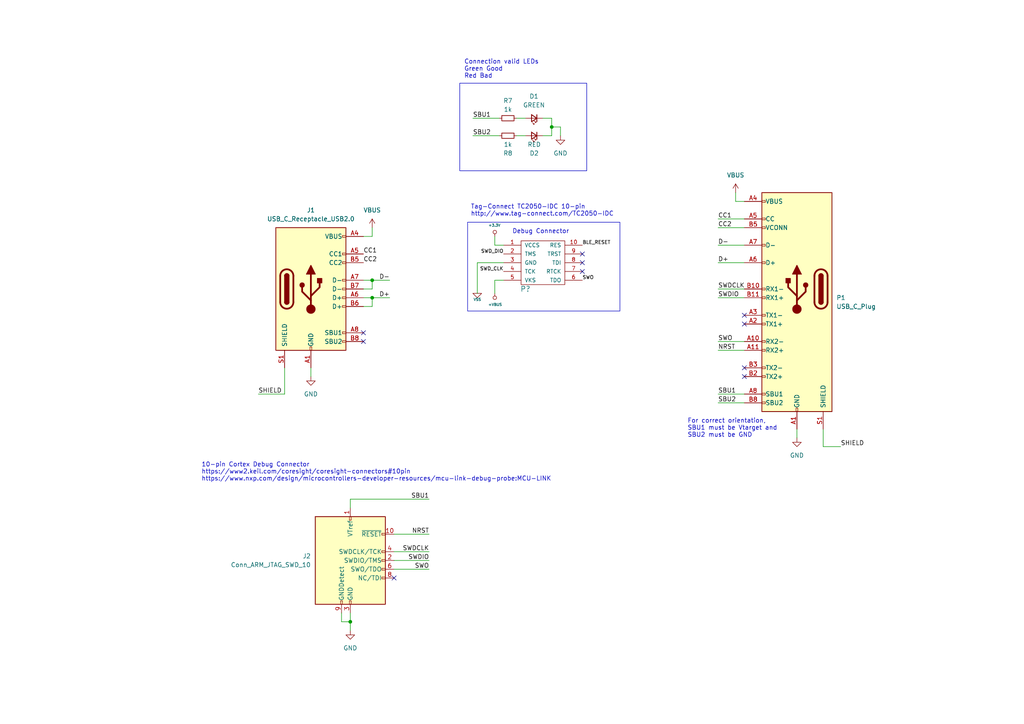
<source format=kicad_sch>
(kicad_sch (version 20220404) (generator eeschema)
  (paper "A4")
  (title_block (title "Debugotron - SWD2USBC") (date "2022-05-15") (rev "1.4") (company "Quesadillon LLC"))
  (lib_symbols
    (symbol "Connector:Conn_ARM_JTAG_SWD_10" (pin_names (offset 1.016))
      (property "Reference" "J" (at -2.54 16.51 0))
      (property "Value" "Conn_ARM_JTAG_SWD_10" (at -2.54 13.97 0))
      (symbol "Conn_ARM_JTAG_SWD_10_0_1"
        (rectangle (start -10.16 12.7) (end 10.16 -12.7) (stroke (width 0.254)) (fill (type background)))
        (rectangle (start -2.794 -12.7) (end -2.286 -11.684))
        (rectangle (start -0.254 -12.7) (end 0.254 -11.684))
        (rectangle (start -0.254 12.7) (end 0.254 11.684))
        (rectangle (start 9.144 2.286) (end 10.16 2.794))
        (rectangle (start 10.16 -2.794) (end 9.144 -2.286))
        (rectangle (start 10.16 -0.254) (end 9.144 0.254))
        (rectangle (start 10.16 7.874) (end 9.144 7.366))
      )
      (symbol "Conn_ARM_JTAG_SWD_10_1_1"
        (rectangle (start 9.144 -5.334) (end 10.16 -4.826))
        (pin power_in line (at 0 15.24 270) (length 2.54) (name "VTref") (number "1"))
        (pin open_collector line (at 12.7 7.62 180) (length 2.54) (name "~{RESET}") (number "10"))
        (pin bidirectional line (at 12.7 0 180) (length 2.54) (name "SWDIO/TMS") (number "2"))
        (pin power_in line (at 0 -15.24 90) (length 2.54) (name "GND") (number "3"))
        (pin output line (at 12.7 2.54 180) (length 2.54) (name "SWDCLK/TCK") (number "4"))
        (pin passive line (at 0 -15.24 90) (length 2.54) hide (name "GND") (number "5"))
        (pin input line (at 12.7 -2.54 180) (length 2.54) (name "SWO/TDO") (number "6"))
        (pin no_connect line (at -10.16 0 0) (length 2.54) hide (name "KEY") (number "7"))
        (pin output line (at 12.7 -5.08 180) (length 2.54) (name "NC/TDI") (number "8"))
        (pin passive line (at -2.54 -15.24 90) (length 2.54) (name "GNDDetect") (number "9"))
      )
    )
    (symbol "Connector:USB_C_Plug" (pin_names (offset 1.016))
      (property "Reference" "P" (at -10.16 29.21 0))
      (property "Value" "USB_C_Plug" (at 10.16 29.21 0))
      (symbol "USB_C_Plug_0_0"
        (rectangle (start -0.254 -35.56) (end 0.254 -34.544))
        (rectangle (start 10.16 -32.766) (end 9.144 -33.274))
        (rectangle (start 10.16 -30.226) (end 9.144 -30.734))
        (rectangle (start 10.16 -25.146) (end 9.144 -25.654))
        (rectangle (start 10.16 -22.606) (end 9.144 -23.114))
        (rectangle (start 10.16 -17.526) (end 9.144 -18.034))
        (rectangle (start 10.16 -14.986) (end 9.144 -15.494))
        (rectangle (start 10.16 -9.906) (end 9.144 -10.414))
        (rectangle (start 10.16 -7.366) (end 9.144 -7.874))
        (rectangle (start 10.16 -2.286) (end 9.144 -2.794))
        (rectangle (start 10.16 0.254) (end 9.144 -0.254))
        (rectangle (start 10.16 7.874) (end 9.144 7.366))
        (rectangle (start 10.16 12.954) (end 9.144 12.446))
        (rectangle (start 10.16 18.034) (end 9.144 17.526))
        (rectangle (start 10.16 20.574) (end 9.144 20.066))
        (rectangle (start 10.16 25.654) (end 9.144 25.146))
      )
      (symbol "USB_C_Plug_0_1"
        (rectangle (start -10.16 27.94) (end 10.16 -35.56) (stroke (width 0.254)) (fill (type background)))
        (arc (start -8.89 -3.81) (mid -6.985 -5.715) (end -5.08 -3.81) (stroke (width 0.508)))
        (arc (start -7.62 -3.81) (mid -6.985 -4.445) (end -6.35 -3.81) (stroke (width 0.254)))
        (arc (start -7.62 -3.81) (mid -6.985 -4.445) (end -6.35 -3.81) (stroke (width 0.254)) (fill (type outline)))
        (rectangle (start -7.62 -3.81) (end -6.35 3.81) (stroke (width 0.254)) (fill (type outline)))
        (arc (start -6.35 3.81) (mid -6.985 4.445) (end -7.62 3.81) (stroke (width 0.254)))
        (arc (start -6.35 3.81) (mid -6.985 4.445) (end -7.62 3.81) (stroke (width 0.254)) (fill (type outline)))
        (arc (start -5.08 3.81) (mid -6.985 5.715) (end -8.89 3.81) (stroke (width 0.508)))
        (polyline (pts (xy -8.89 -3.81) (xy -8.89 3.81)) (stroke (width 0.508)))
        (polyline (pts (xy -5.08 3.81) (xy -5.08 -3.81)) (stroke (width 0.508)))
      )
      (symbol "USB_C_Plug_1_1"
        (circle (center -2.54 1.143) (radius 0.635) (stroke (width 0.254)) (fill (type outline)))
        (circle (center 0 -5.842) (radius 1.27) (fill (type outline)))
        (polyline (pts (xy 0 -5.842) (xy 0 4.318)) (stroke (width 0.508)))
        (polyline (pts (xy 0 -3.302) (xy -2.54 -0.762) (xy -2.54 0.508)) (stroke (width 0.508)))
        (polyline (pts (xy 0 -2.032) (xy 2.54 0.508) (xy 2.54 1.778)) (stroke (width 0.508)))
        (polyline (pts (xy -1.27 4.318) (xy 0 6.858) (xy 1.27 4.318) (xy -1.27 4.318)) (stroke (width 0.254)) (fill (type outline)))
        (rectangle (start 1.905 1.778) (end 3.175 3.048) (stroke (width 0.254)) (fill (type outline)))
        (pin passive line (at 0 -40.64 90) (length 5.08) (name "GND") (number "A1"))
        (pin bidirectional line (at 15.24 -15.24 180) (length 5.08) (name "RX2-") (number "A10"))
        (pin bidirectional line (at 15.24 -17.78 180) (length 5.08) (name "RX2+") (number "A11"))
        (pin passive line (at 0 -40.64 90) (length 5.08) hide (name "GND") (number "A12"))
        (pin bidirectional line (at 15.24 -10.16 180) (length 5.08) (name "TX1+") (number "A2"))
        (pin bidirectional line (at 15.24 -7.62 180) (length 5.08) (name "TX1-") (number "A3"))
        (pin passive line (at 15.24 25.4 180) (length 5.08) (name "VBUS") (number "A4"))
        (pin bidirectional line (at 15.24 20.32 180) (length 5.08) (name "CC") (number "A5"))
        (pin bidirectional line (at 15.24 7.62 180) (length 5.08) (name "D+") (number "A6"))
        (pin bidirectional line (at 15.24 12.7 180) (length 5.08) (name "D-") (number "A7"))
        (pin bidirectional line (at 15.24 -30.48 180) (length 5.08) (name "SBU1") (number "A8"))
        (pin passive line (at 15.24 25.4 180) (length 5.08) hide (name "VBUS") (number "A9"))
        (pin passive line (at 0 -40.64 90) (length 5.08) hide (name "GND") (number "B1"))
        (pin bidirectional line (at 15.24 0 180) (length 5.08) (name "RX1-") (number "B10"))
        (pin bidirectional line (at 15.24 -2.54 180) (length 5.08) (name "RX1+") (number "B11"))
        (pin passive line (at 0 -40.64 90) (length 5.08) hide (name "GND") (number "B12"))
        (pin bidirectional line (at 15.24 -25.4 180) (length 5.08) (name "TX2+") (number "B2"))
        (pin bidirectional line (at 15.24 -22.86 180) (length 5.08) (name "TX2-") (number "B3"))
        (pin passive line (at 15.24 25.4 180) (length 5.08) hide (name "VBUS") (number "B4"))
        (pin bidirectional line (at 15.24 17.78 180) (length 5.08) (name "VCONN") (number "B5"))
        (pin bidirectional line (at 15.24 -33.02 180) (length 5.08) (name "SBU2") (number "B8"))
        (pin passive line (at 15.24 25.4 180) (length 5.08) hide (name "VBUS") (number "B9"))
        (pin passive line (at -7.62 -40.64 90) (length 5.08) (name "SHIELD") (number "S1"))
      )
    )
    (symbol "Connector:USB_C_Receptacle_USB2.0" (pin_names (offset 1.016))
      (property "Reference" "J" (at -10.16 19.05 0))
      (property "Value" "USB_C_Receptacle_USB2.0" (at 19.05 19.05 0))
      (symbol "USB_C_Receptacle_USB2.0_0_0"
        (rectangle (start -0.254 -17.78) (end 0.254 -16.764))
        (rectangle (start 10.16 -14.986) (end 9.144 -15.494))
        (rectangle (start 10.16 -12.446) (end 9.144 -12.954))
        (rectangle (start 10.16 -4.826) (end 9.144 -5.334))
        (rectangle (start 10.16 -2.286) (end 9.144 -2.794))
        (rectangle (start 10.16 0.254) (end 9.144 -0.254))
        (rectangle (start 10.16 2.794) (end 9.144 2.286))
        (rectangle (start 10.16 7.874) (end 9.144 7.366))
        (rectangle (start 10.16 10.414) (end 9.144 9.906))
        (rectangle (start 10.16 15.494) (end 9.144 14.986))
      )
      (symbol "USB_C_Receptacle_USB2.0_0_1"
        (rectangle (start -10.16 17.78) (end 10.16 -17.78) (stroke (width 0.254)) (fill (type background)))
        (arc (start -8.89 -3.81) (mid -6.985 -5.715) (end -5.08 -3.81) (stroke (width 0.508)))
        (arc (start -7.62 -3.81) (mid -6.985 -4.445) (end -6.35 -3.81) (stroke (width 0.254)))
        (arc (start -7.62 -3.81) (mid -6.985 -4.445) (end -6.35 -3.81) (stroke (width 0.254)) (fill (type outline)))
        (rectangle (start -7.62 -3.81) (end -6.35 3.81) (stroke (width 0.254)) (fill (type outline)))
        (arc (start -6.35 3.81) (mid -6.985 4.445) (end -7.62 3.81) (stroke (width 0.254)))
        (arc (start -6.35 3.81) (mid -6.985 4.445) (end -7.62 3.81) (stroke (width 0.254)) (fill (type outline)))
        (arc (start -5.08 3.81) (mid -6.985 5.715) (end -8.89 3.81) (stroke (width 0.508)))
        (circle (center -2.54 1.143) (radius 0.635) (stroke (width 0.254)) (fill (type outline)))
        (circle (center 0 -5.842) (radius 1.27) (fill (type outline)))
        (polyline (pts (xy -8.89 -3.81) (xy -8.89 3.81)) (stroke (width 0.508)))
        (polyline (pts (xy -5.08 3.81) (xy -5.08 -3.81)) (stroke (width 0.508)))
        (polyline (pts (xy 0 -5.842) (xy 0 4.318)) (stroke (width 0.508)))
        (polyline (pts (xy 0 -3.302) (xy -2.54 -0.762) (xy -2.54 0.508)) (stroke (width 0.508)))
        (polyline (pts (xy 0 -2.032) (xy 2.54 0.508) (xy 2.54 1.778)) (stroke (width 0.508)))
        (polyline (pts (xy -1.27 4.318) (xy 0 6.858) (xy 1.27 4.318) (xy -1.27 4.318)) (stroke (width 0.254)) (fill (type outline)))
        (rectangle (start 1.905 1.778) (end 3.175 3.048) (stroke (width 0.254)) (fill (type outline)))
      )
      (symbol "USB_C_Receptacle_USB2.0_1_1"
        (pin passive line (at 0 -22.86 90) (length 5.08) (name "GND") (number "A1"))
        (pin passive line (at 0 -22.86 90) (length 5.08) hide (name "GND") (number "A12"))
        (pin passive line (at 15.24 15.24 180) (length 5.08) (name "VBUS") (number "A4"))
        (pin bidirectional line (at 15.24 10.16 180) (length 5.08) (name "CC1") (number "A5"))
        (pin bidirectional line (at 15.24 -2.54 180) (length 5.08) (name "D+") (number "A6"))
        (pin bidirectional line (at 15.24 2.54 180) (length 5.08) (name "D-") (number "A7"))
        (pin bidirectional line (at 15.24 -12.7 180) (length 5.08) (name "SBU1") (number "A8"))
        (pin passive line (at 15.24 15.24 180) (length 5.08) hide (name "VBUS") (number "A9"))
        (pin passive line (at 0 -22.86 90) (length 5.08) hide (name "GND") (number "B1"))
        (pin passive line (at 0 -22.86 90) (length 5.08) hide (name "GND") (number "B12"))
        (pin passive line (at 15.24 15.24 180) (length 5.08) hide (name "VBUS") (number "B4"))
        (pin bidirectional line (at 15.24 7.62 180) (length 5.08) (name "CC2") (number "B5"))
        (pin bidirectional line (at 15.24 -5.08 180) (length 5.08) (name "D+") (number "B6"))
        (pin bidirectional line (at 15.24 0 180) (length 5.08) (name "D-") (number "B7"))
        (pin bidirectional line (at 15.24 -15.24 180) (length 5.08) (name "SBU2") (number "B8"))
        (pin passive line (at 15.24 15.24 180) (length 5.08) hide (name "VBUS") (number "B9"))
        (pin passive line (at -7.62 -22.86 90) (length 5.08) (name "SHIELD") (number "S1"))
      )
    )
    (symbol "Device:LED_Small" (pin_numbers hide) (pin_names (offset 0.254) hide)
      (property "Reference" "D" (at -1.27 3.175 0))
      (property "Value" "LED_Small" (at -4.445 -2.54 0))
      (symbol "LED_Small_0_1"
        (polyline (pts (xy -0.762 -1.016) (xy -0.762 1.016)) (stroke (width 0.254)))
        (polyline (pts (xy 1.016 0) (xy -0.762 0)))
        (polyline (pts (xy 0.762 -1.016) (xy -0.762 0) (xy 0.762 1.016) (xy 0.762 -1.016)) (stroke (width 0.254)))
        (polyline (pts (xy 0 0.762) (xy -0.508 1.27) (xy -0.254 1.27) (xy -0.508 1.27) (xy -0.508 1.016)))
        (polyline (pts (xy 0.508 1.27) (xy 0 1.778) (xy 0.254 1.778) (xy 0 1.778) (xy 0 1.524)))
      )
      (symbol "LED_Small_1_1"
        (pin passive line (at -2.54 0 0) (length 1.778) (name "K") (number "1"))
        (pin passive line (at 2.54 0 180) (length 1.778) (name "A") (number "2"))
      )
    )
    (symbol "Device:R_Small" (pin_numbers hide) (pin_names (offset 0.254) hide)
      (property "Reference" "R" (at 0.762 0.508 0))
      (property "Value" "R_Small" (at 0.762 -1.016 0))
      (symbol "R_Small_0_1"
        (rectangle (start -0.762 1.778) (end 0.762 -1.778) (stroke (width 0.2032)))
      )
      (symbol "R_Small_1_1"
        (pin passive line (at 0 2.54 270) (length 0.762) (name "~") (number "1"))
        (pin passive line (at 0 -2.54 90) (length 0.762) (name "~") (number "2"))
      )
    )
    (symbol "inputclub:+3.3V" (power) (pin_names (offset 1.016))
      (property "Value" "+3.3V" (at 0 2.286 0))
      (symbol "+3.3V_0_0"
        (pin power_in line (at 0 0 90) (length 0) hide (name "+3.3V") (number "1"))
      )
      (symbol "+3.3V_0_1"
        (polyline (pts (xy 0 0) (xy 0 0.762) (xy 0 0.762) (xy 0 0.762)))
        (circle (center 0 1.27) (radius 0.508))
      )
    )
    (symbol "inputclub:+VBUS" (power) (pin_names (offset 1.016))
      (property "Value" "+VBUS" (at 0 2.286 0))
      (symbol "+VBUS_0_0"
        (pin power_in line (at 0 0 90) (length 0) hide (name "+VBUS") (number "1"))
      )
      (symbol "+VBUS_0_1"
        (polyline (pts (xy 0 0) (xy 0 0.762) (xy 0 0.762) (xy 0 0.762)))
        (circle (center 0 1.27) (radius 0.508))
      )
    )
    (symbol "inputclub:FLASH_HDR" (pin_names (offset 1.016))
      (property "Reference" "P" (at -5.08 -7.62 0))
      (symbol "FLASH_HDR_0_1"
        (rectangle (start -6.35 -6.35) (end 6.35 6.35))
      )
      (symbol "FLASH_HDR_1_1"
        (pin passive line (at -11.43 5.08 0) (length 5.08) (name "VCCS") (number "1"))
        (pin passive line (at 11.43 5.08 180) (length 5.08) (name "RES") (number "10"))
        (pin passive line (at -11.43 2.54 0) (length 5.08) (name "TMS") (number "2"))
        (pin passive line (at -11.43 0 0) (length 5.08) (name "GND") (number "3"))
        (pin passive line (at -11.43 -2.54 0) (length 5.08) (name "TCK") (number "4"))
        (pin passive line (at -11.43 -5.08 0) (length 5.08) (name "VKS") (number "5"))
        (pin passive line (at 11.43 -5.08 180) (length 5.08) (name "TDO") (number "6"))
        (pin passive line (at 11.43 -2.54 180) (length 5.08) (name "RTCK") (number "7"))
        (pin passive line (at 11.43 0 180) (length 5.08) (name "TDI") (number "8"))
        (pin passive line (at 11.43 2.54 180) (length 5.08) (name "TRST") (number "9"))
      )
    )
    (symbol "inputclub:VSS" (power) (pin_names (offset 0))
      (property "Value" "VSS" (at 0 -1.778 0))
      (symbol "VSS_0_1"
        (polyline (pts (xy -1.27 0) (xy 0 -1.27) (xy 1.27 0) (xy -1.27 0)))
      )
      (symbol "VSS_1_1"
        (pin power_in line (at 0 0 90) (length 0) hide (name "VSS") (number "1"))
      )
    )
    (symbol "power:GND" (power) (pin_names (offset 0))
      (property "Value" "GND" (at 0 -3.81 0))
      (symbol "GND_0_1"
        (polyline (pts (xy 0 0) (xy 0 -1.27) (xy 1.27 -1.27) (xy 0 -2.54) (xy -1.27 -1.27) (xy 0 -1.27)))
      )
      (symbol "GND_1_1"
        (pin power_in line (at 0 0 270) (length 0) hide (name "GND") (number "1"))
      )
    )
    (symbol "power:VBUS" (power) (pin_names (offset 0))
      (property "Value" "VBUS" (at 0 3.81 0))
      (symbol "VBUS_0_1"
        (polyline (pts (xy -0.762 1.27) (xy 0 2.54)))
        (polyline (pts (xy 0 0) (xy 0 2.54)))
        (polyline (pts (xy 0 2.54) (xy 0.762 1.27)))
      )
      (symbol "VBUS_1_1"
        (pin power_in line (at 0 0 90) (length 0) hide (name "VBUS") (number "1"))
      )
    )
  )
  (junction (at 160.02 36.83))
  (junction (at 101.6 180.34))
  (junction (at 107.95 81.28))
  (junction (at 107.95 86.36))
  (no_connect (at 168.91 78.74))
  (no_connect (at 215.9 106.68))
  (no_connect (at 215.9 91.44))
  (no_connect (at 215.9 93.98))
  (no_connect (at 215.9 109.22))
  (no_connect (at 168.91 76.2))
  (no_connect (at 105.41 96.52))
  (no_connect (at 105.41 99.06))
  (no_connect (at 114.3 167.64))
  (no_connect (at 168.91 73.66))
  (wire (pts (xy 149.86 34.29) (xy 152.4 34.29)))
  (wire (pts (xy 208.28 86.36) (xy 215.9 86.36)))
  (wire (pts (xy 146.05 71.12) (xy 143.51 71.12)))
  (wire (pts (xy 208.28 63.5) (xy 215.9 63.5)))
  (wire (pts (xy 138.43 76.2) (xy 138.43 85.09)))
  (wire (pts (xy 114.3 165.1) (xy 124.46 165.1)))
  (wire (pts (xy 213.36 58.42) (xy 215.9 58.42)))
  (wire (pts (xy 149.86 39.37) (xy 152.4 39.37)))
  (wire (pts (xy 238.76 129.54) (xy 238.76 124.46)))
  (wire (pts (xy 114.3 154.94) (xy 124.46 154.94)))
  (wire (pts (xy 160.02 36.83) (xy 162.56 36.83)))
  (wire (pts (xy 208.28 83.82) (xy 215.9 83.82)))
  (wire (pts (xy 101.6 177.8) (xy 101.6 180.34)))
  (wire (pts (xy 143.51 71.12) (xy 143.51 68.58)))
  (wire (pts (xy 105.41 88.9) (xy 107.95 88.9)))
  (wire (pts (xy 208.28 76.2) (xy 215.9 76.2)))
  (wire (pts (xy 74.93 114.3) (xy 82.55 114.3)))
  (wire (pts (xy 243.84 129.54) (xy 238.76 129.54)))
  (wire (pts (xy 143.51 81.28) (xy 143.51 85.09)))
  (wire (pts (xy 107.95 86.36) (xy 113.03 86.36)))
  (wire (pts (xy 114.3 160.02) (xy 124.46 160.02)))
  (wire (pts (xy 208.28 99.06) (xy 215.9 99.06)))
  (wire (pts (xy 213.36 55.88) (xy 213.36 58.42)))
  (wire (pts (xy 99.06 177.8) (xy 99.06 180.34)))
  (wire (pts (xy 107.95 86.36) (xy 107.95 88.9)))
  (wire (pts (xy 146.05 81.28) (xy 143.51 81.28)))
  (wire (pts (xy 137.16 34.29) (xy 144.78 34.29)))
  (wire (pts (xy 107.95 81.28) (xy 107.95 83.82)))
  (wire (pts (xy 114.3 162.56) (xy 124.46 162.56)))
  (wire (pts (xy 208.28 116.84) (xy 215.9 116.84)))
  (wire (pts (xy 157.48 34.29) (xy 160.02 34.29)))
  (wire (pts (xy 208.28 71.12) (xy 215.9 71.12)))
  (wire (pts (xy 107.95 83.82) (xy 105.41 83.82)))
  (wire (pts (xy 231.14 124.46) (xy 231.14 127)))
  (wire (pts (xy 99.06 180.34) (xy 101.6 180.34)))
  (wire (pts (xy 105.41 81.28) (xy 107.95 81.28)))
  (wire (pts (xy 160.02 34.29) (xy 160.02 36.83)))
  (wire (pts (xy 162.56 36.83) (xy 162.56 39.37)))
  (wire (pts (xy 208.28 66.04) (xy 215.9 66.04)))
  (wire (pts (xy 146.05 76.2) (xy 138.43 76.2)))
  (wire (pts (xy 160.02 36.83) (xy 160.02 39.37)))
  (wire (pts (xy 157.48 39.37) (xy 160.02 39.37)))
  (wire (pts (xy 82.55 106.68) (xy 82.55 114.3)))
  (wire (pts (xy 101.6 180.34) (xy 101.6 182.88)))
  (wire (pts (xy 105.41 68.58) (xy 107.95 68.58)))
  (wire (pts (xy 90.17 106.68) (xy 90.17 109.22)))
  (wire (pts (xy 107.95 66.04) (xy 107.95 68.58)))
  (wire (pts (xy 208.28 101.6) (xy 215.9 101.6)))
  (wire (pts (xy 137.16 39.37) (xy 144.78 39.37)))
  (wire (pts (xy 105.41 86.36) (xy 107.95 86.36)))
  (wire (pts (xy 107.95 81.28) (xy 113.03 81.28)))
  (wire (pts (xy 101.6 147.32) (xy 101.6 144.78)))
  (wire (pts (xy 101.6 144.78) (xy 124.46 144.78)))
  (wire (pts (xy 208.28 114.3) (xy 215.9 114.3)))
  (rectangle (start 170.18 49.53) (end 133.35 24.13))
  (rectangle (start 135.6237 64.4556) (end 179.8051 90.2139))
  (text "Debug Connector" (at 148.59 67.945 0) (effects (font (size 1.27 1.27)) (justify left bottom)))
  (text "For correct orientation,\nSBU1 must be Vtarget and \nSBU2 must be GND" (at 199.39 127 0) (effects (font (size 1.27 1.27)) (justify left bottom)))
  (text "Connection valid LEDs\nGreen Good\nRed Bad" (at 134.62 22.86 0) (effects (font (size 1.27 1.27)) (justify left bottom)))
  (text "10-pin Cortex Debug Connector\nhttps://www2.keil.com/coresight/coresight-connectors#10pin\nhttps://www.nxp.com/design/microcontrollers-developer-resources/mcu-link-debug-probe:MCU-LINK" (at 58.42 139.7 0) (effects (font (size 1.27 1.27)) (justify left bottom)))
  (text "Tag-Connect TC2050-IDC 10-pin\nhttp://www.tag-connect.com/TC2050-IDC" (at 136.525 62.865 0) (effects (font (size 1.27 1.27)) (justify left bottom)))
  (label "SWDIO" (at 208.28 86.36 0))
  (label "SWD_CLK" (at 146.05 78.74 0) (effects (font (size 1 1))))
  (label "NRST" (at 208.28 101.6 0))
  (label "SWO" (at 168.91 81.28 0) (effects (font (size 1 1))))
  (label "SWDIO" (at 124.46 162.56 0))
  (label "NRST" (at 124.46 154.94 0))
  (label "SBU2" (at 137.16 39.37 0))
  (label "SBU1" (at 208.28 114.3 0))
  (label "SWDCLK" (at 124.46 160.02 0))
  (label "D+" (at 208.28 76.2 0))
  (label "SHIELD" (at 74.93 114.3 0))
  (label "SWD_DIO" (at 146.05 73.66 0) (effects (font (size 1 1))))
  (label "SBU1" (at 137.16 34.29 0))
  (label "SBU1" (at 124.46 144.78 0))
  (label "SWO" (at 124.46 165.1 0))
  (label "D-" (at 113.03 81.28 0))
  (label "SBU2" (at 208.28 116.84 0))
  (label "CC2" (at 208.28 66.04 0))
  (label "BLE_RESET" (at 168.91 71.12 0) (effects (font (size 1 1))))
  (label "CC1" (at 105.41 73.66 0))
  (label "SHIELD" (at 243.84 129.54 0))
  (label "D-" (at 208.28 71.12 0))
  (label "CC1" (at 208.28 63.5 0))
  (label "D+" (at 113.03 86.36 0))
  (label "SWDCLK" (at 208.28 83.82 0))
  (label "SWO" (at 208.28 99.06 0))
  (label "CC2" (at 105.41 76.2 0))
  (symbol (lib_id "power:VBUS") (at 213.36 55.88 0) (unit 1)
    (default_instance (reference "U") (unit 1) (value "") (footprint ""))
    (property "Reference" "#PWR014" (effects hide))
    (property "Value" "VBUS" (at 213.36 50.8 0))
  )
  (symbol (lib_id "inputclub:+3.3V") (at 143.51 68.58 0) (unit 1)
    (default_instance (reference "U") (unit 1) (value "") (footprint ""))
    (property "Reference" "#PWR?" (effects hide))
    (property "Value" "+3.3V" (at 143.4084 65.3288 0) (effects (font (size 0.762 0.762))))
  )
  (symbol (lib_id "inputclub:VSS") (at 138.43 85.09 0) (unit 1)
    (default_instance (reference "U") (unit 1) (value "") (footprint ""))
    (property "Reference" "#PWR?" (effects hide))
    (property "Value" "VSS" (at 138.43 86.868 0) (effects (font (size 0.762 0.762))))
  )
  (symbol (lib_id "power:GND") (at 101.6 182.88 0) (unit 1)
    (default_instance (reference "U") (unit 1) (value "") (footprint ""))
    (property "Reference" "#PWR012" (effects hide))
    (property "Value" "GND" (at 101.6 187.96 0))
  )
  (symbol (lib_id "Device:LED_Small") (at 154.94 34.29 180) (unit 1)
    (default_instance (reference "U") (unit 1) (value "") (footprint ""))
    (property "Reference" "D1" (at 154.8765 27.94 0))
    (property "Value" "GREEN" (at 154.8765 30.48 0))
    (property "Footprint" "LED_SMD:LED_0603_1608Metric" (effects hide))
    (property "MPN" "SML-D12M8WT86" (effects hide))
    (property "Description" "LED GREEN DIFFUSED 0603 SMD" (effects hide))
    (property "Footprint(Generic)" "0603" (effects hide))
    (property "Manufacturer" "Rohm Semiconductor" (effects hide))
    (property "Vendor" "Digi-Key" (effects hide))
    (property "Vendor Part Number" "511-1578-1-ND" (effects hide))
  )
  (symbol (lib_id "power:GND") (at 231.14 127 0) (unit 1)
    (default_instance (reference "U") (unit 1) (value "") (footprint ""))
    (property "Reference" "#PWR015" (effects hide))
    (property "Value" "GND" (at 231.14 132.08 0))
  )
  (symbol (lib_id "power:VBUS") (at 107.95 66.04 0) (unit 1)
    (default_instance (reference "U") (unit 1) (value "") (footprint ""))
    (property "Reference" "#PWR04" (effects hide))
    (property "Value" "VBUS" (at 107.95 60.96 0))
  )
  (symbol (lib_id "Device:R_Small") (at 147.32 34.29 90) (unit 1)
    (default_instance (reference "U") (unit 1) (value "") (footprint ""))
    (property "Reference" "R7" (at 147.32 29.21 90))
    (property "Value" "1k" (at 147.32 31.75 90))
    (property "Footprint" "Resistor_SMD:R_0402_1005Metric" (effects hide))
    (property "Description" "RES 1K OHM 1% 1/16W 0402" (effects hide))
    (property "Footprint(Generic)" "R0402" (effects hide))
    (property "MPN" "RC0402FR-071KL" (effects hide))
    (property "Manufacturer" "Yageo" (effects hide))
    (property "Vendor" "Digi-Key" (effects hide))
    (property "Vendor Part Number" "311-1.00KLRCT-ND" (effects hide))
  )
  (symbol (lib_id "inputclub:FLASH_HDR") (at 157.48 76.2 0) (unit 1)
    (default_instance (reference "U") (unit 1) (value "") (footprint ""))
    (property "Reference" "P?" (at 152.4 83.82 0) (effects (font (size 1.4986 1.4986))))
    (property "Value" "FLASH_HDR" (effects hide))
    (property "Footprint" "footprints:JLINK_NEEDLE" (effects hide))
  )
  (symbol (lib_id "Connector:USB_C_Plug") (at 231.14 83.82 0) (mirror y) (unit 1)
    (default_instance (reference "U") (unit 1) (value "") (footprint ""))
    (property "Reference" "P1" (at 242.57 86.3599 0) (effects (justify right)))
    (property "Value" "USB_C_Plug" (at 242.57 88.8999 0) (effects (justify right)))
    (property "Footprint" "alvarop:‎USB4155-03-C‎" (effects hide))
    (property "MPN" "USB4155-03-C" (effects hide))
    (property "Description" "USB TYPE C, PLUG, SMT , G/F, RIG" (effects hide))
    (property "Footprint(Generic)" "USB4155-03-C" (effects hide))
    (property "Manufacturer" "GCT" (effects hide))
    (property "Vendor" "Digi-Key" (effects hide))
    (property "Vendor Part Number" "2073-USB4155-03-CCT-ND" (effects hide))
  )
  (symbol (lib_id "inputclub:+VBUS") (at 143.51 85.09 180) (unit 1)
    (default_instance (reference "U") (unit 1) (value "") (footprint ""))
    (property "Reference" "#PWR?" (effects hide))
    (property "Value" "+VBUS" (at 143.6116 88.3412 0) (effects (font (size 0.762 0.762))))
  )
  (symbol (lib_id "Device:R_Small") (at 147.32 39.37 270) (unit 1)
    (default_instance (reference "U") (unit 1) (value "") (footprint ""))
    (property "Reference" "R8" (at 147.32 44.45 90))
    (property "Value" "1k" (at 147.32 41.91 90))
    (property "Footprint" "Resistor_SMD:R_0402_1005Metric" (effects hide))
    (property "Description" "RES 1K OHM 1% 1/16W 0402" (effects hide))
    (property "Footprint(Generic)" "R0402" (effects hide))
    (property "MPN" "RC0402FR-071KL" (effects hide))
    (property "Manufacturer" "Yageo" (effects hide))
    (property "Vendor" "Digi-Key" (effects hide))
    (property "Vendor Part Number" "311-1.00KLRCT-ND" (effects hide))
  )
  (symbol (lib_id "Connector:Conn_ARM_JTAG_SWD_10") (at 101.6 162.56 0) (unit 1)
    (default_instance (reference "U") (unit 1) (value "") (footprint ""))
    (property "Reference" "J2" (at 90.17 161.2899 0) (effects (justify right)))
    (property "Value" "Conn_ARM_JTAG_SWD_10" (at 90.17 163.8299 0) (effects (justify right)))
    (property "Footprint" "snapeda:SAMTEC_FTSH-105-01-F-DV-P-TR" (effects hide))
    (property "Datasheet" "http://infocenter.arm.com/help/topic/com.arm.doc.ddi0314h/DDI0314H_coresight_components_trm.pdf" (effects hide))
    (property "MPN" "FTSH-105-01-F-DV-K" (effects hide))
    (property "Description" "CONN HEADER SMD 10POS 1.27MM" (effects hide))
    (property "Footprint(Generic)" "SAMTEC_FTSH-105-01-F-DV-P-TR" (effects hide))
    (property "Manufacturer" "Samtec Inc." (effects hide))
    (property "Vendor" "Digi-Key" (effects hide))
    (property "Vendor Part Number" "SAM13160CT-ND" (effects hide))
  )
  (symbol (lib_id "Connector:USB_C_Receptacle_USB2.0") (at 90.17 83.82 0) (unit 1)
    (default_instance (reference "U") (unit 1) (value "") (footprint ""))
    (property "Reference" "J1" (at 90.17 60.96 0))
    (property "Value" "USB_C_Receptacle_USB2.0" (at 90.17 63.5 0))
    (property "Footprint" "alvarop:USB4500-03" (effects hide))
    (property "MPN" "USB4500-03-0-A" (effects hide))
    (property "Description" "CONN RCP USB2.0 TYP C 24P SMD RA" (effects hide))
    (property "Footprint(Generic)" "USB4500-03-0-A" (effects hide))
    (property "Manufacturer" "GCT" (effects hide))
    (property "Vendor" "Digi-Key" (effects hide))
    (property "Vendor Part Number" "2073-USB4500-03-0-ACT-ND" (effects hide))
  )
  (symbol (lib_id "power:GND") (at 162.56 39.37 0) (unit 1)
    (default_instance (reference "U") (unit 1) (value "") (footprint ""))
    (property "Reference" "#PWR013" (effects hide))
    (property "Value" "GND" (at 162.56 44.45 0))
  )
  (symbol (lib_id "Device:LED_Small") (at 154.94 39.37 180) (unit 1)
    (default_instance (reference "U") (unit 1) (value "") (footprint ""))
    (property "Reference" "D2" (at 154.94 44.45 0))
    (property "Value" "RED" (at 154.94 41.91 0))
    (property "Footprint" "LED_SMD:LED_0603_1608Metric" (effects hide))
    (property "MPN" "SML-D12U1WT86" (effects hide))
    (property "Description" "LED RED DIFFUSED 1608 SMD" (effects hide))
    (property "Footprint(Generic)" "0603" (effects hide))
    (property "Manufacturer" "Rohm Semiconductor" (effects hide))
    (property "Vendor" "Digi-Key" (effects hide))
    (property "Vendor Part Number" "SML-D12U1WT86CT-ND" (effects hide))
  )
  (symbol (lib_id "power:GND") (at 90.17 109.22 0) (unit 1)
    (default_instance (reference "U") (unit 1) (value "") (footprint ""))
    (property "Reference" "#PWR01" (effects hide))
    (property "Value" "GND" (at 90.17 114.3 0))
  )
)
</source>
